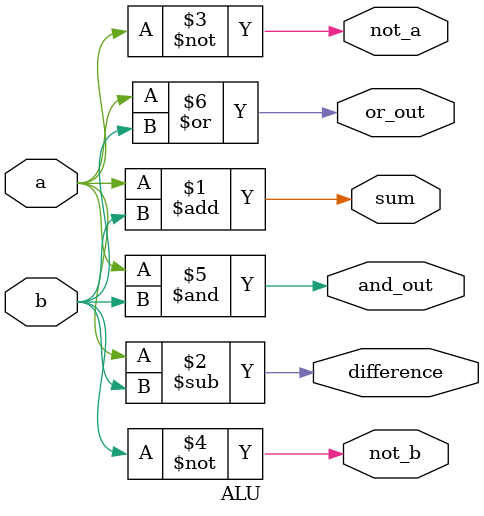
<source format=v>
`timescale 1ns / 1ps


module ALU(
input a,b,
output sum,
output difference,
output not_a,
output not_b,
output and_out,
output  or_out
);
assign sum=a+b;
assign difference=a-b;
assign not_a=~a;
assign not_b=~b;
assign and_out=a&b;
assign or_out=a|b; 
endmodule

</source>
